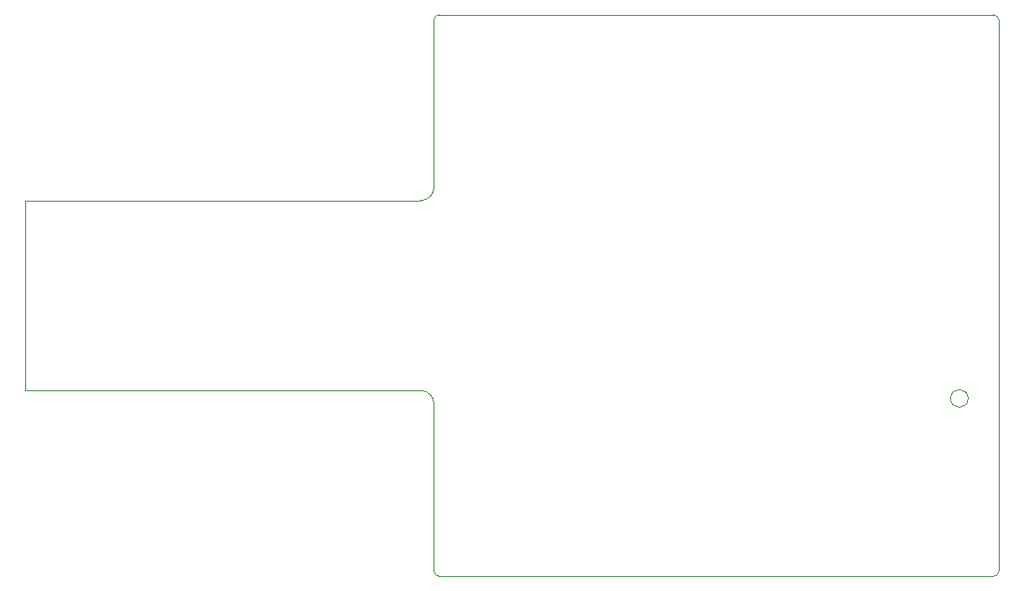
<source format=gbr>
%TF.GenerationSoftware,KiCad,Pcbnew,7.0.9-7.0.9~ubuntu22.04.1*%
%TF.CreationDate,2023-12-27T18:05:10-06:00*%
%TF.ProjectId,ESP Breadboard Expander,45535020-4272-4656-9164-626f61726420,v1.0*%
%TF.SameCoordinates,Original*%
%TF.FileFunction,Profile,NP*%
%FSLAX46Y46*%
G04 Gerber Fmt 4.6, Leading zero omitted, Abs format (unit mm)*
G04 Created by KiCad (PCBNEW 7.0.9-7.0.9~ubuntu22.04.1) date 2023-12-27 18:05:10*
%MOMM*%
%LPD*%
G01*
G04 APERTURE LIST*
%TA.AperFunction,Profile*%
%ADD10C,0.100000*%
%TD*%
%TA.AperFunction,Profile*%
%ADD11C,0.050000*%
%TD*%
G04 APERTURE END LIST*
D10*
X75901472Y-77168528D02*
X40040000Y-77170000D01*
X77101472Y-78368528D02*
G75*
G03*
X75901472Y-77168528I-1199972J28D01*
G01*
X75901472Y-59950000D02*
X40040000Y-59950000D01*
X77603553Y-43089953D02*
G75*
G03*
X77103553Y-43590000I47J-500047D01*
G01*
X75901472Y-59949972D02*
G75*
G03*
X77101472Y-58750000I28J1199972D01*
G01*
X128300000Y-43590000D02*
G75*
G03*
X127800000Y-43090000I-500000J0D01*
G01*
X127806447Y-94030047D02*
G75*
G03*
X128306447Y-93530000I-47J500047D01*
G01*
X77100000Y-93530000D02*
X77101472Y-78368528D01*
X40040000Y-59950000D02*
X40040000Y-77170000D01*
X77100000Y-93530000D02*
G75*
G03*
X77600000Y-94030000I500000J0D01*
G01*
X77603553Y-43090000D02*
X127800000Y-43090000D01*
X128306447Y-93530000D02*
X128300000Y-43590000D01*
X77103553Y-43590000D02*
X77101472Y-58750000D01*
X77600000Y-94030000D02*
X127806447Y-94030000D01*
D11*
%TO.C,J10*%
X125522500Y-77900000D02*
G75*
G03*
X125522500Y-77900000I-800000J0D01*
G01*
%TD*%
M02*

</source>
